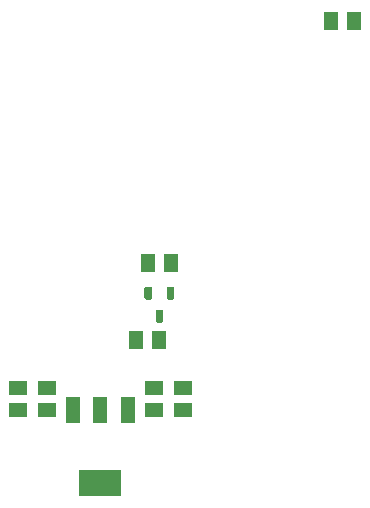
<source format=gbr>
G04 EAGLE Gerber RS-274X export*
G75*
%MOMM*%
%FSLAX34Y34*%
%LPD*%
%INSolderpaste Bottom*%
%IPPOS*%
%AMOC8*
5,1,8,0,0,1.08239X$1,22.5*%
G01*
%ADD10R,1.219200X2.235200*%
%ADD11R,3.600000X2.200000*%
%ADD12R,1.500000X1.300000*%
%ADD13R,1.300000X1.500000*%

G36*
X27002Y124203D02*
X27002Y124203D01*
X27004Y124201D01*
X27254Y124221D01*
X27258Y124225D01*
X27261Y124222D01*
X27505Y124280D01*
X27509Y124285D01*
X27513Y124283D01*
X27745Y124379D01*
X27748Y124384D01*
X27752Y124382D01*
X27966Y124514D01*
X27968Y124519D01*
X27972Y124519D01*
X28163Y124682D01*
X28164Y124687D01*
X28168Y124687D01*
X28331Y124878D01*
X28332Y124884D01*
X28336Y124884D01*
X28468Y125098D01*
X28467Y125104D01*
X28472Y125105D01*
X28568Y125337D01*
X28566Y125343D01*
X28570Y125345D01*
X28628Y125589D01*
X28626Y125594D01*
X28629Y125596D01*
X28649Y125846D01*
X28647Y125849D01*
X28649Y125850D01*
X28649Y133650D01*
X28647Y133652D01*
X28649Y133654D01*
X28629Y133904D01*
X28625Y133908D01*
X28628Y133911D01*
X28570Y134155D01*
X28565Y134159D01*
X28568Y134163D01*
X28472Y134395D01*
X28466Y134398D01*
X28468Y134402D01*
X28336Y134616D01*
X28331Y134618D01*
X28331Y134622D01*
X28168Y134813D01*
X28163Y134814D01*
X28163Y134818D01*
X27972Y134981D01*
X27966Y134982D01*
X27966Y134986D01*
X27752Y135118D01*
X27746Y135117D01*
X27745Y135122D01*
X27513Y135218D01*
X27507Y135216D01*
X27505Y135220D01*
X27261Y135278D01*
X27254Y135275D01*
X27250Y135279D01*
X24000Y135299D01*
X23998Y135297D01*
X23996Y135299D01*
X23746Y135279D01*
X23742Y135275D01*
X23739Y135278D01*
X23495Y135220D01*
X23491Y135215D01*
X23487Y135218D01*
X23255Y135122D01*
X23252Y135116D01*
X23248Y135118D01*
X23034Y134986D01*
X23032Y134981D01*
X23028Y134981D01*
X22837Y134818D01*
X22836Y134813D01*
X22832Y134813D01*
X22669Y134622D01*
X22668Y134616D01*
X22664Y134616D01*
X22532Y134402D01*
X22533Y134396D01*
X22529Y134395D01*
X22433Y134163D01*
X22434Y134157D01*
X22430Y134155D01*
X22372Y133911D01*
X22374Y133906D01*
X22371Y133904D01*
X22351Y133654D01*
X22353Y133651D01*
X22351Y133650D01*
X22351Y125850D01*
X22353Y125848D01*
X22351Y125846D01*
X22371Y125596D01*
X22375Y125592D01*
X22372Y125589D01*
X22430Y125345D01*
X22435Y125341D01*
X22433Y125337D01*
X22529Y125105D01*
X22534Y125102D01*
X22532Y125098D01*
X22664Y124884D01*
X22669Y124882D01*
X22669Y124878D01*
X22832Y124687D01*
X22837Y124686D01*
X22837Y124682D01*
X23028Y124519D01*
X23034Y124518D01*
X23034Y124514D01*
X23248Y124382D01*
X23254Y124383D01*
X23255Y124379D01*
X23487Y124283D01*
X23493Y124284D01*
X23495Y124280D01*
X23739Y124222D01*
X23746Y124225D01*
X23750Y124221D01*
X27000Y124201D01*
X27002Y124203D01*
G37*
G36*
X46002Y124203D02*
X46002Y124203D01*
X46004Y124201D01*
X46254Y124221D01*
X46258Y124225D01*
X46261Y124222D01*
X46505Y124280D01*
X46509Y124285D01*
X46513Y124283D01*
X46745Y124379D01*
X46748Y124384D01*
X46752Y124382D01*
X46966Y124514D01*
X46968Y124519D01*
X46972Y124519D01*
X47163Y124682D01*
X47164Y124687D01*
X47168Y124687D01*
X47331Y124878D01*
X47332Y124884D01*
X47336Y124884D01*
X47468Y125098D01*
X47467Y125104D01*
X47472Y125105D01*
X47568Y125337D01*
X47566Y125343D01*
X47570Y125345D01*
X47628Y125589D01*
X47626Y125594D01*
X47629Y125596D01*
X47649Y125846D01*
X47647Y125849D01*
X47649Y125850D01*
X47649Y133650D01*
X47647Y133652D01*
X47649Y133654D01*
X47629Y133904D01*
X47625Y133908D01*
X47628Y133911D01*
X47570Y134155D01*
X47565Y134159D01*
X47568Y134163D01*
X47472Y134395D01*
X47466Y134398D01*
X47468Y134402D01*
X47336Y134616D01*
X47331Y134618D01*
X47331Y134622D01*
X47168Y134813D01*
X47163Y134814D01*
X47163Y134818D01*
X46972Y134981D01*
X46966Y134982D01*
X46966Y134986D01*
X46752Y135118D01*
X46746Y135117D01*
X46745Y135122D01*
X46513Y135218D01*
X46507Y135216D01*
X46505Y135220D01*
X46261Y135278D01*
X46254Y135275D01*
X46250Y135279D01*
X43000Y135299D01*
X42998Y135297D01*
X42996Y135299D01*
X42746Y135279D01*
X42742Y135275D01*
X42739Y135278D01*
X42495Y135220D01*
X42491Y135215D01*
X42487Y135218D01*
X42255Y135122D01*
X42252Y135116D01*
X42248Y135118D01*
X42034Y134986D01*
X42032Y134981D01*
X42028Y134981D01*
X41837Y134818D01*
X41836Y134813D01*
X41832Y134813D01*
X41669Y134622D01*
X41668Y134616D01*
X41664Y134616D01*
X41532Y134402D01*
X41533Y134396D01*
X41529Y134395D01*
X41433Y134163D01*
X41434Y134157D01*
X41430Y134155D01*
X41372Y133911D01*
X41374Y133906D01*
X41371Y133904D01*
X41351Y133654D01*
X41353Y133651D01*
X41351Y133650D01*
X41351Y125850D01*
X41353Y125848D01*
X41351Y125846D01*
X41371Y125596D01*
X41375Y125592D01*
X41372Y125589D01*
X41430Y125345D01*
X41435Y125341D01*
X41433Y125337D01*
X41529Y125105D01*
X41534Y125102D01*
X41532Y125098D01*
X41664Y124884D01*
X41669Y124882D01*
X41669Y124878D01*
X41832Y124687D01*
X41837Y124686D01*
X41837Y124682D01*
X42028Y124519D01*
X42034Y124518D01*
X42034Y124514D01*
X42248Y124382D01*
X42254Y124383D01*
X42255Y124379D01*
X42487Y124283D01*
X42493Y124284D01*
X42495Y124280D01*
X42739Y124222D01*
X42746Y124225D01*
X42750Y124221D01*
X46000Y124201D01*
X46002Y124203D01*
G37*
G36*
X36502Y104703D02*
X36502Y104703D01*
X36504Y104701D01*
X36754Y104721D01*
X36758Y104725D01*
X36761Y104722D01*
X37005Y104780D01*
X37009Y104785D01*
X37013Y104783D01*
X37245Y104879D01*
X37248Y104884D01*
X37252Y104882D01*
X37466Y105014D01*
X37468Y105019D01*
X37472Y105019D01*
X37663Y105182D01*
X37664Y105187D01*
X37668Y105187D01*
X37831Y105378D01*
X37832Y105384D01*
X37836Y105384D01*
X37968Y105598D01*
X37967Y105604D01*
X37972Y105605D01*
X38068Y105837D01*
X38066Y105843D01*
X38070Y105845D01*
X38128Y106089D01*
X38126Y106094D01*
X38129Y106096D01*
X38149Y106346D01*
X38147Y106349D01*
X38149Y106350D01*
X38149Y114150D01*
X38147Y114152D01*
X38149Y114154D01*
X38129Y114404D01*
X38125Y114408D01*
X38128Y114411D01*
X38070Y114655D01*
X38065Y114659D01*
X38068Y114663D01*
X37972Y114895D01*
X37966Y114898D01*
X37968Y114902D01*
X37836Y115116D01*
X37831Y115118D01*
X37831Y115122D01*
X37668Y115313D01*
X37663Y115314D01*
X37663Y115318D01*
X37472Y115481D01*
X37466Y115482D01*
X37466Y115486D01*
X37252Y115618D01*
X37246Y115617D01*
X37245Y115622D01*
X37013Y115718D01*
X37007Y115716D01*
X37005Y115720D01*
X36761Y115778D01*
X36754Y115775D01*
X36750Y115779D01*
X33500Y115799D01*
X33498Y115797D01*
X33496Y115799D01*
X33246Y115779D01*
X33242Y115775D01*
X33239Y115778D01*
X32995Y115720D01*
X32991Y115715D01*
X32987Y115718D01*
X32755Y115622D01*
X32752Y115616D01*
X32748Y115618D01*
X32534Y115486D01*
X32532Y115481D01*
X32528Y115481D01*
X32337Y115318D01*
X32336Y115313D01*
X32332Y115313D01*
X32169Y115122D01*
X32168Y115116D01*
X32164Y115116D01*
X32032Y114902D01*
X32033Y114896D01*
X32029Y114895D01*
X31933Y114663D01*
X31934Y114657D01*
X31930Y114655D01*
X31872Y114411D01*
X31874Y114406D01*
X31871Y114404D01*
X31851Y114154D01*
X31853Y114151D01*
X31851Y114150D01*
X31851Y106350D01*
X31853Y106348D01*
X31851Y106346D01*
X31871Y106096D01*
X31875Y106092D01*
X31872Y106089D01*
X31930Y105845D01*
X31935Y105841D01*
X31933Y105837D01*
X32029Y105605D01*
X32034Y105602D01*
X32032Y105598D01*
X32164Y105384D01*
X32169Y105382D01*
X32169Y105378D01*
X32332Y105187D01*
X32337Y105186D01*
X32337Y105182D01*
X32528Y105019D01*
X32534Y105018D01*
X32534Y105014D01*
X32748Y104882D01*
X32754Y104883D01*
X32755Y104879D01*
X32987Y104783D01*
X32993Y104784D01*
X32995Y104780D01*
X33239Y104722D01*
X33246Y104725D01*
X33250Y104721D01*
X36500Y104701D01*
X36502Y104703D01*
G37*
D10*
X-38114Y30988D03*
X-15000Y30988D03*
X8114Y30988D03*
D11*
X-15000Y-30990D03*
D12*
X55000Y49500D03*
X55000Y30500D03*
X-85000Y49500D03*
X-85000Y30500D03*
D13*
X44500Y155000D03*
X25500Y155000D03*
X34500Y90000D03*
X15500Y90000D03*
D12*
X30000Y49500D03*
X30000Y30500D03*
X-60000Y49500D03*
X-60000Y30500D03*
D13*
X199500Y360000D03*
X180500Y360000D03*
M02*

</source>
